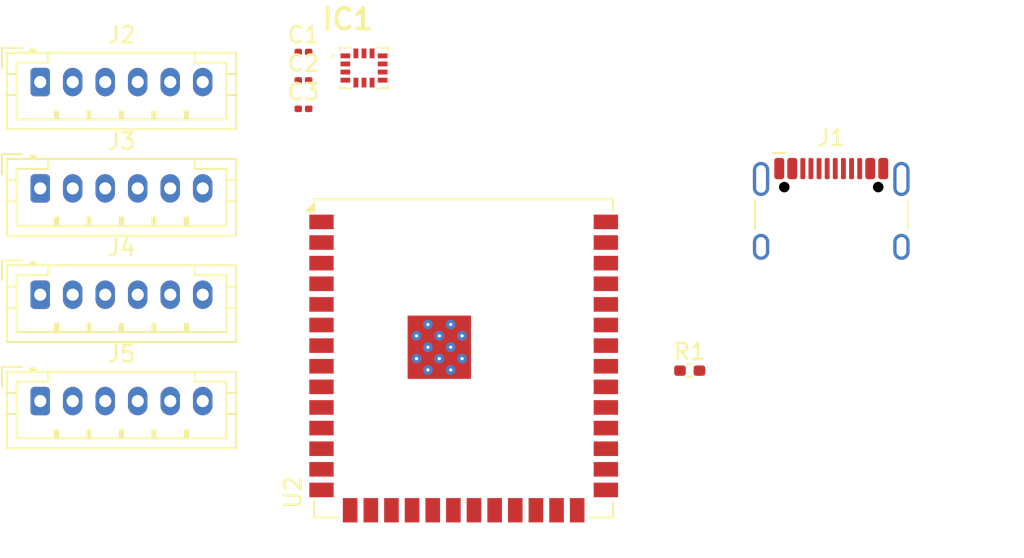
<source format=kicad_pcb>
(kicad_pcb (version 20241229) (generator "pcbnew") (generator_version "9.0")
  (layers (0 "F.Cu" signal) (2 "B.Cu" signal) (13 "F.Paste" user) (15 "B.Paste" user) (5 "F.SilkS" user "F.Silkscreen") (7 "B.SilkS" user "B.Silkscreen") (1 "F.Mask" user) (3 "B.Mask" user) (25 "Edge.Cuts" user))
  (net 0 "")
  (net 1 "+3.3V")
  (net 2 "GND")
  (net 3 "/IMU/AP_AD0")
  (net 5 "/IMU/INT1")
  (net 7 "/IMU/INT2")
  (net 8 "/IMU/SCL")
  (net 10 "/IMU/SDA")
  (net 36 "Net-(J1-VBUS-PadA4)")
  (net 37 "/MCU/USB_D-")
  (net 39 "Net-(J1-SHIELD)")
  (net 40 "/MCU/USB_D+")
  (footprint "Components:ICM42670P" (layer "F.Cu") (at 95.925 71.48496)
    (property "Reference" "IC1" (at -1 -3 0) (layer "F.SilkS") (effects (font (size 1.27 1.27) (thickness 0.254))))
    (property "Value" "ICM-42670-P" (hide yes))
    (fp_line (start -1.9 -0.8) (end -1.9 -0.8) (stroke (width 0.1)) (layer "F.SilkS"))
    (fp_line (start -1.9 -0.7) (end -1.9 -0.7) (stroke (width 0.1)) (layer "F.SilkS"))
    (fp_line (start -1.5 -1.25) (end -0.8 -1.25) (stroke (width 0.1)) (layer "F.SilkS"))
    (fp_line (start -1.5 -1) (end -1.5 -1.25) (stroke (width 0.1)) (layer "F.SilkS"))
    (fp_line (start -1.5 1.1) (end -1.5 1.25) (stroke (width 0.1)) (layer "F.SilkS"))
    (fp_line (start -1.5 1.25) (end -0.8 1.25) (stroke (width 0.1)) (layer "F.SilkS"))
    (fp_line (start 0.8 -1.25) (end 1.5 -1.25) (stroke (width 0.1)) (layer "F.SilkS"))
    (fp_line (start 0.8 1.25) (end 1.5 1.25) (stroke (width 0.1)) (layer "F.SilkS"))
    (fp_line (start 1.5 -1.25) (end 1.5 -1) (stroke (width 0.1)) (layer "F.SilkS"))
    (fp_line (start 1.5 1.25) (end 1.5 1) (stroke (width 0.1)) (layer "F.SilkS"))
    (fp_arc (start -1.9 -0.8) (mid -1.85 -0.75) (end -1.9 -0.7) (stroke (width 0.1)) (layer "F.SilkS"))
    (fp_arc (start -1.9 -0.7) (mid -1.95 -0.75) (end -1.9 -0.8) (stroke (width 0.1)) (layer "F.SilkS"))
    (pad "1" smd rect (at -1.15 -0.75 90) (size 0.3 0.6) (layers "F.Cu" "F.Mask" "F.Paste") (net 3 "/IMU/AP_AD0"))
    (pad "2" smd rect (at -1.15 -0.25 90) (size 0.3 0.6) (layers "F.Cu" "F.Mask" "F.Paste"))
    (pad "3" smd rect (at -1.15 0.25 90) (size 0.3 0.6) (layers "F.Cu" "F.Mask" "F.Paste"))
    (pad "4" smd rect (at -1.15 0.75 90) (size 0.3 0.6) (layers "F.Cu" "F.Mask" "F.Paste") (net 5 "/IMU/INT1"))
    (pad "5" smd rect (at -0.5 0.9) (size 0.3 0.6) (layers "F.Cu" "F.Mask" "F.Paste") (net 1 "+3.3V"))
    (pad "6" smd rect (at 0 0.9) (size 0.3 0.6) (layers "F.Cu" "F.Mask" "F.Paste") (net 2 "GND"))
    (pad "7" smd rect (at 0.5 0.9) (size 0.3 0.6) (layers "F.Cu" "F.Mask" "F.Paste") (net 2 "GND"))
    (pad "8" smd rect (at 1.15 0.75 90) (size 0.3 0.6) (layers "F.Cu" "F.Mask" "F.Paste") (net 1 "+3.3V"))
    (pad "9" smd rect (at 1.15 0.25 90) (size 0.3 0.6) (layers "F.Cu" "F.Mask" "F.Paste") (net 7 "/IMU/INT2"))
    (pad "10" smd rect (at 1.15 -0.25 90) (size 0.3 0.6) (layers "F.Cu" "F.Mask" "F.Paste"))
    (pad "11" smd rect (at 1.15 -0.75 90) (size 0.3 0.6) (layers "F.Cu" "F.Mask" "F.Paste"))
    (pad "12" smd rect (at 0.5 -0.9) (size 0.3 0.6) (layers "F.Cu" "F.Mask" "F.Paste") (net 1 "+3.3V"))
    (pad "13" smd rect (at 0 -0.9) (size 0.3 0.6) (layers "F.Cu" "F.Mask" "F.Paste") (net 8 "/IMU/SCL"))
    (pad "14" smd rect (at -0.5 -0.9) (size 0.3 0.6) (layers "F.Cu" "F.Mask" "F.Paste") (net 10 "/IMU/SDA"))
  )
  (footprint "Capacitor_SMD:C_0201_0603Metric" (layer "F.Cu") (at 92.2 74)
    (property "Reference" "C3" (at 0 -1.05 0) (layer "F.SilkS"))
    (property "Value" "0.1uF")
    (pad "1" smd roundrect (at -0.32 0) (size 0.46 0.4) (layers "F.Cu" "F.Mask") (net 1 "+3.3V"))
    (pad "2" smd roundrect (at 0.32 0) (size 0.46 0.4) (layers "F.Cu" "F.Mask") (net 2 "GND"))
  )
  (footprint "Connector_JST:JST_PH_B6B-PH-K_1x06_P2.00mm_Vertical" (layer "F.Cu") (at 76 78.9)
    (property "Reference" "J3" (at 5 -2.9 0) (layer "F.SilkS"))
    (property "Value" "Conn_01x06_Pin")
    (fp_line (start -2.36 -2.11) (end -2.36 -0.86) (stroke (width 0.12)) (layer "F.SilkS"))
    (fp_line (start -2.06 -1.81) (end -2.06 2.91) (stroke (width 0.12)) (layer "F.SilkS"))
    (fp_line (start -2.06 -0.5) (end -1.45 -0.5) (stroke (width 0.12)) (layer "F.SilkS"))
    (fp_line (start -2.06 0.8) (end -1.45 0.8) (stroke (width 0.12)) (layer "F.SilkS"))
    (fp_line (start -2.06 2.91) (end 12.06 2.91) (stroke (width 0.12)) (layer "F.SilkS"))
    (fp_line (start -1.45 -1.2) (end -1.45 2.3) (stroke (width 0.12)) (layer "F.SilkS"))
    (fp_line (start -1.45 2.3) (end 11.45 2.3) (stroke (width 0.12)) (layer "F.SilkS"))
    (fp_line (start -1.11 -2.11) (end -2.36 -2.11) (stroke (width 0.12)) (layer "F.SilkS"))
    (fp_line (start -0.6 -2.01) (end -0.6 -1.81) (stroke (width 0.12)) (layer "F.SilkS"))
    (fp_line (start -0.3 -2.01) (end -0.6 -2.01) (stroke (width 0.12)) (layer "F.SilkS"))
    (fp_line (start -0.3 -1.91) (end -0.6 -1.91) (stroke (width 0.12)) (layer "F.SilkS"))
    (fp_line (start -0.3 -1.81) (end -0.3 -2.01) (stroke (width 0.12)) (layer "F.SilkS"))
    (fp_line (start 0.5 -1.81) (end 0.5 -1.2) (stroke (width 0.12)) (layer "F.SilkS"))
    (fp_line (start 0.5 -1.2) (end -1.45 -1.2) (stroke (width 0.12)) (layer "F.SilkS"))
    (fp_line (start 0.9 1.8) (end 1.1 1.8) (stroke (width 0.12)) (layer "F.SilkS"))
    (fp_line (start 0.9 2.3) (end 0.9 1.8) (stroke (width 0.12)) (layer "F.SilkS"))
    (fp_line (start 1 2.3) (end 1 1.8) (stroke (width 0.12)) (layer "F.SilkS"))
    (fp_line (start 1.1 1.8) (end 1.1 2.3) (stroke (width 0.12)) (layer "F.SilkS"))
    (fp_line (start 2.9 1.8) (end 3.1 1.8) (stroke (width 0.12)) (layer "F.SilkS"))
    (fp_line (start 2.9 2.3) (end 2.9 1.8) (stroke (width 0.12)) (layer "F.SilkS"))
    (fp_line (start 3 2.3) (end 3 1.8) (stroke (width 0.12)) (layer "F.SilkS"))
    (fp_line (start 3.1 1.8) (end 3.1 2.3) (stroke (width 0.12)) (layer "F.SilkS"))
    (fp_line (start 4.9 1.8) (end 5.1 1.8) (stroke (width 0.12)) (layer "F.SilkS"))
    (fp_line (start 4.9 2.3) (end 4.9 1.8) (stroke (width 0.12)) (layer "F.SilkS"))
    (fp_line (start 5 2.3) (end 5 1.8) (stroke (width 0.12)) (layer "F.SilkS"))
    (fp_line (start 5.1 1.8) (end 5.1 2.3) (stroke (width 0.12)) (layer "F.SilkS"))
    (fp_line (start 6.9 1.8) (end 7.1 1.8) (stroke (width 0.12)) (layer "F.SilkS"))
    (fp_line (start 6.9 2.3) (end 6.9 1.8) (stroke (width 0.12)) (layer "F.SilkS"))
    (fp_line (start 7 2.3) (end 7 1.8) (stroke (width 0.12)) (layer "F.SilkS"))
    (fp_line (start 7.1 1.8) (end 7.1 2.3) (stroke (width 0.12)) (layer "F.SilkS"))
    (fp_line (start 8.9 1.8) (end 9.1 1.8) (stroke (width 0.12)) (layer "F.SilkS"))
    (fp_line (start 8.9 2.3) (end 8.9 1.8) (stroke (width 0.12)) (layer "F.SilkS"))
    (fp_line (start 9 2.3) (end 9 1.8) (stroke (width 0.12)) (layer "F.SilkS"))
    (fp_line (start 9.1 1.8) (end 9.1 2.3) (stroke (width 0.12)) (layer "F.SilkS"))
    (fp_line (start 9.5 -1.2) (end 9.5 -1.81) (stroke (width 0.12)) (layer "F.SilkS"))
    (fp_line (start 11.45 -1.2) (end 9.5 -1.2) (stroke (width 0.12)) (layer "F.SilkS"))
    (fp_line (start 11.45 2.3) (end 11.45 -1.2) (stroke (width 0.12)) (layer "F.SilkS"))
    (fp_line (start 12.06 -1.81) (end -2.06 -1.81) (stroke (width 0.12)) (layer "F.SilkS"))
    (fp_line (start 12.06 -0.5) (end 11.45 -0.5) (stroke (width 0.12)) (layer "F.SilkS"))
    (fp_line (start 12.06 0.8) (end 11.45 0.8) (stroke (width 0.12)) (layer "F.SilkS"))
    (fp_line (start 12.06 2.91) (end 12.06 -1.81) (stroke (width 0.12)) (layer "F.SilkS"))
    (pad "1" thru_hole roundrect (at 0 0) (size 1.2 1.75) (drill 0.75) (layers "*.Cu" "*.Mask") (roundrect_rratio 0.208333))
    (pad "2" thru_hole oval (at 2 0) (size 1.2 1.75) (drill 0.75) (layers "*.Cu" "*.Mask"))
    (pad "3" thru_hole oval (at 4 0) (size 1.2 1.75) (drill 0.75) (layers "*.Cu" "*.Mask"))
    (pad "4" thru_hole oval (at 6 0) (size 1.2 1.75) (drill 0.75) (layers "*.Cu" "*.Mask"))
    (pad "5" thru_hole oval (at 8 0) (size 1.2 1.75) (drill 0.75) (layers "*.Cu" "*.Mask"))
    (pad "6" thru_hole oval (at 10 0) (size 1.2 1.75) (drill 0.75) (layers "*.Cu" "*.Mask"))
  )
  (footprint "Capacitor_SMD:C_0201_0603Metric" (layer "F.Cu") (at 92.2 72.25)
    (property "Reference" "C2" (at 0 -1.05 0) (layer "F.SilkS"))
    (property "Value" "0.1uF")
    (pad "1" smd roundrect (at -0.32 0) (size 0.46 0.4) (layers "F.Cu" "F.Mask") (net 1 "+3.3V"))
    (pad "2" smd roundrect (at 0.32 0) (size 0.46 0.4) (layers "F.Cu" "F.Mask") (net 2 "GND"))
  )
  (footprint "Connector_JST:JST_PH_B6B-PH-K_1x06_P2.00mm_Vertical" (layer "F.Cu") (at 76 72.35)
    (property "Reference" "J2" (at 5 -2.9 0) (layer "F.SilkS"))
    (property "Value" "Conn_01x06_Pin")
    (fp_line (start -2.36 -2.11) (end -2.36 -0.86) (stroke (width 0.12)) (layer "F.SilkS"))
    (fp_line (start -2.06 -1.81) (end -2.06 2.91) (stroke (width 0.12)) (layer "F.SilkS"))
    (fp_line (start -2.06 -0.5) (end -1.45 -0.5) (stroke (width 0.12)) (layer "F.SilkS"))
    (fp_line (start -2.06 0.8) (end -1.45 0.8) (stroke (width 0.12)) (layer "F.SilkS"))
    (fp_line (start -2.06 2.91) (end 12.06 2.91) (stroke (width 0.12)) (layer "F.SilkS"))
    (fp_line (start -1.45 -1.2) (end -1.45 2.3) (stroke (width 0.12)) (layer "F.SilkS"))
    (fp_line (start -1.45 2.3) (end 11.45 2.3) (stroke (width 0.12)) (layer "F.SilkS"))
    (fp_line (start -1.11 -2.11) (end -2.36 -2.11) (stroke (width 0.12)) (layer "F.SilkS"))
    (fp_line (start -0.6 -2.01) (end -0.6 -1.81) (stroke (width 0.12)) (layer "F.SilkS"))
    (fp_line (start -0.3 -2.01) (end -0.6 -2.01) (stroke (width 0.12)) (layer "F.SilkS"))
    (fp_line (start -0.3 -1.91) (end -0.6 -1.91) (stroke (width 0.12)) (layer "F.SilkS"))
    (fp_line (start -0.3 -1.81) (end -0.3 -2.01) (stroke (width 0.12)) (layer "F.SilkS"))
    (fp_line (start 0.5 -1.81) (end 0.5 -1.2) (stroke (width 0.12)) (layer "F.SilkS"))
    (fp_line (start 0.5 -1.2) (end -1.45 -1.2) (stroke (width 0.12)) (layer "F.SilkS"))
    (fp_line (start 0.9 1.8) (end 1.1 1.8) (stroke (width 0.12)) (layer "F.SilkS"))
    (fp_line (start 0.9 2.3) (end 0.9 1.8) (stroke (width 0.12)) (layer "F.SilkS"))
    (fp_line (start 1 2.3) (end 1 1.8) (stroke (width 0.12)) (layer "F.SilkS"))
    (fp_line (start 1.1 1.8) (end 1.1 2.3) (stroke (width 0.12)) (layer "F.SilkS"))
    (fp_line (start 2.9 1.8) (end 3.1 1.8) (stroke (width 0.12)) (layer "F.SilkS"))
    (fp_line (start 2.9 2.3) (end 2.9 1.8) (stroke (width 0.12)) (layer "F.SilkS"))
    (fp_line (start 3 2.3) (end 3 1.8) (stroke (width 0.12)) (layer "F.SilkS"))
    (fp_line (start 3.1 1.8) (end 3.1 2.3) (stroke (width 0.12)) (layer "F.SilkS"))
    (fp_line (start 4.9 1.8) (end 5.1 1.8) (stroke (width 0.12)) (layer "F.SilkS"))
    (fp_line (start 4.9 2.3) (end 4.9 1.8) (stroke (width 0.12)) (layer "F.SilkS"))
    (fp_line (start 5 2.3) (end 5 1.8) (stroke (width 0.12)) (layer "F.SilkS"))
    (fp_line (start 5.1 1.8) (end 5.1 2.3) (stroke (width 0.12)) (layer "F.SilkS"))
    (fp_line (start 6.9 1.8) (end 7.1 1.8) (stroke (width 0.12)) (layer "F.SilkS"))
    (fp_line (start 6.9 2.3) (end 6.9 1.8) (stroke (width 0.12)) (layer "F.SilkS"))
    (fp_line (start 7 2.3) (end 7 1.8) (stroke (width 0.12)) (layer "F.SilkS"))
    (fp_line (start 7.1 1.8) (end 7.1 2.3) (stroke (width 0.12)) (layer "F.SilkS"))
    (fp_line (start 8.9 1.8) (end 9.1 1.8) (stroke (width 0.12)) (layer "F.SilkS"))
    (fp_line (start 8.9 2.3) (end 8.9 1.8) (stroke (width 0.12)) (layer "F.SilkS"))
    (fp_line (start 9 2.3) (end 9 1.8) (stroke (width 0.12)) (layer "F.SilkS"))
    (fp_line (start 9.1 1.8) (end 9.1 2.3) (stroke (width 0.12)) (layer "F.SilkS"))
    (fp_line (start 9.5 -1.2) (end 9.5 -1.81) (stroke (width 0.12)) (layer "F.SilkS"))
    (fp_line (start 11.45 -1.2) (end 9.5 -1.2) (stroke (width 0.12)) (layer "F.SilkS"))
    (fp_line (start 11.45 2.3) (end 11.45 -1.2) (stroke (width 0.12)) (layer "F.SilkS"))
    (fp_line (start 12.06 -1.81) (end -2.06 -1.81) (stroke (width 0.12)) (layer "F.SilkS"))
    (fp_line (start 12.06 -0.5) (end 11.45 -0.5) (stroke (width 0.12)) (layer "F.SilkS"))
    (fp_line (start 12.06 0.8) (end 11.45 0.8) (stroke (width 0.12)) (layer "F.SilkS"))
    (fp_line (start 12.06 2.91) (end 12.06 -1.81) (stroke (width 0.12)) (layer "F.SilkS"))
    (pad "1" thru_hole roundrect (at 0 0) (size 1.2 1.75) (drill 0.75) (layers "*.Cu" "*.Mask") (roundrect_rratio 0.208333))
    (pad "2" thru_hole oval (at 2 0) (size 1.2 1.75) (drill 0.75) (layers "*.Cu" "*.Mask"))
    (pad "3" thru_hole oval (at 4 0) (size 1.2 1.75) (drill 0.75) (layers "*.Cu" "*.Mask"))
    (pad "4" thru_hole oval (at 6 0) (size 1.2 1.75) (drill 0.75) (layers "*.Cu" "*.Mask"))
    (pad "5" thru_hole oval (at 8 0) (size 1.2 1.75) (drill 0.75) (layers "*.Cu" "*.Mask"))
    (pad "6" thru_hole oval (at 10 0) (size 1.2 1.75) (drill 0.75) (layers "*.Cu" "*.Mask"))
  )
  (footprint "RF_Module:ESP32-S3-WROOM-1U" (layer "F.Cu") (at 102.06 89.375)
    (property "Reference" "U2" (at -10.5 8.25 90) (layer "F.SilkS"))
    (property "Value" "ESP32-S3-WROOM-1")
    (fp_line (start -9.2 -9.8) (end 9.2 -9.8) (stroke (width 0.12)) (layer "F.SilkS"))
    (fp_line (start -9.2 8.8) (end -9.2 9.8) (stroke (width 0.12)) (layer "F.SilkS"))
    (fp_line (start -9.2 9.8) (end -7.7 9.8) (stroke (width 0.12)) (layer "F.SilkS"))
    (fp_line (start 9.2 -9.8) (end 9.2 -9.1) (stroke (width 0.12)) (layer "F.SilkS"))
    (fp_line (start 9.2 9.8) (end 7.7 9.8) (stroke (width 0.12)) (layer "F.SilkS"))
    (fp_line (start 9.2 9.8) (end 9.2 8.8) (stroke (width 0.12)) (layer "F.SilkS"))
    (fp_poly (pts (xy -9.2 -9.05) (xy -9.7 -9.05) (xy -9.2 -9.55) (xy -9.2 -9.05)) (stroke (width 0.12)) (fill yes) (layer "F.SilkS"))
    (pad "1" smd rect (at -8.75 -8.41) (size 1.5 0.9) (layers "F.Cu" "F.Mask" "F.Paste") (net 2 "GND"))
    (pad "2" smd rect (at -8.75 -7.14) (size 1.5 0.9) (layers "F.Cu" "F.Mask" "F.Paste") (net 1 "+3.3V"))
    (pad "3" smd rect (at -8.75 -5.87) (size 1.5 0.9) (layers "F.Cu" "F.Mask" "F.Paste") (net 1 "+3.3V"))
    (pad "4" smd rect (at -8.75 -4.6) (size 1.5 0.9) (layers "F.Cu" "F.Mask" "F.Paste"))
    (pad "5" smd rect (at -8.75 -3.33) (size 1.5 0.9) (layers "F.Cu" "F.Mask" "F.Paste"))
    (pad "6" smd rect (at -8.75 -2.06) (size 1.5 0.9) (layers "F.Cu" "F.Mask" "F.Paste"))
    (pad "7" smd rect (at -8.75 -0.79) (size 1.5 0.9) (layers "F.Cu" "F.Mask" "F.Paste"))
    (pad "8" smd rect (at -8.75 0.48) (size 1.5 0.9) (layers "F.Cu" "F.Mask" "F.Paste"))
    (pad "9" smd rect (at -8.75 1.75) (size 1.5 0.9) (layers "F.Cu" "F.Mask" "F.Paste"))
    (pad "10" smd rect (at -8.75 3.02) (size 1.5 0.9) (layers "F.Cu" "F.Mask" "F.Paste"))
    (pad "11" smd rect (at -8.75 4.29) (size 1.5 0.9) (layers "F.Cu" "F.Mask" "F.Paste"))
    (pad "12" smd rect (at -8.75 5.56) (size 1.5 0.9) (layers "F.Cu" "F.Mask" "F.Paste"))
    (pad "13" smd rect (at -8.75 6.83) (size 1.5 0.9) (layers "F.Cu" "F.Mask" "F.Paste") (net 37 "/MCU/USB_D-"))
    (pad "14" smd rect (at -8.75 8.1 180) (size 1.5 0.9) (layers "F.Cu" "F.Mask" "F.Paste") (net 40 "/MCU/USB_D+"))
    (pad "15" smd rect (at -6.985 9.35 270) (size 1.5 0.9) (layers "F.Cu" "F.Mask" "F.Paste"))
    (pad "16" smd rect (at -5.715 9.35 270) (size 1.5 0.9) (layers "F.Cu" "F.Mask" "F.Paste"))
    (pad "17" smd rect (at -4.445 9.35 270) (size 1.5 0.9) (layers "F.Cu" "F.Mask" "F.Paste"))
    (pad "18" smd rect (at -3.175 9.35 270) (size 1.5 0.9) (layers "F.Cu" "F.Mask" "F.Paste"))
    (pad "19" smd rect (at -1.905 9.35 270) (size 1.5 0.9) (layers "F.Cu" "F.Mask" "F.Paste"))
    (pad "20" smd rect (at -0.635 9.35 270) (size 1.5 0.9) (layers "F.Cu" "F.Mask" "F.Paste"))
    (pad "21" smd rect (at 0.635 9.35 270) (size 1.5 0.9) (layers "F.Cu" "F.Mask" "F.Paste"))
    (pad "22" smd rect (at 1.905 9.35 270) (size 1.5 0.9) (layers "F.Cu" "F.Mask" "F.Paste"))
    (pad "23" smd rect (at 3.175 9.35 270) (size 1.5 0.9) (layers "F.Cu" "F.Mask" "F.Paste"))
    (pad "24" smd rect (at 4.445 9.35 270) (size 1.5 0.9) (layers "F.Cu" "F.Mask" "F.Paste"))
    (pad "25" smd rect (at 5.715 9.35 270) (size 1.5 0.9) (layers "F.Cu" "F.Mask" "F.Paste"))
    (pad "26" smd rect (at 6.985 9.35 270) (size 1.5 0.9) (layers "F.Cu" "F.Mask" "F.Paste"))
    (pad "27" smd rect (at 8.75 8.1) (size 1.5 0.9) (layers "F.Cu" "F.Mask" "F.Paste"))
    (pad "28" smd rect (at 8.75 6.83) (size 1.5 0.9) (layers "F.Cu" "F.Mask" "F.Paste"))
    (pad "29" smd rect (at 8.75 5.56) (size 1.5 0.9) (layers "F.Cu" "F.Mask" "F.Paste"))
    (pad "30" smd rect (at 8.75 4.29) (size 1.5 0.9) (layers "F.Cu" "F.Mask" "F.Paste"))
    (pad "31" smd rect (at 8.75 3.02) (size 1.5 0.9) (layers "F.Cu" "F.Mask" "F.Paste"))
    (pad "32" smd rect (at 8.75 1.75) (size 1.5 0.9) (layers "F.Cu" "F.Mask" "F.Paste"))
    (pad "33" smd rect (at 8.75 0.48) (size 1.5 0.9) (layers "F.Cu" "F.Mask" "F.Paste"))
    (pad "34" smd rect (at 8.75 -0.79) (size 1.5 0.9) (layers "F.Cu" "F.Mask" "F.Paste"))
    (pad "35" smd rect (at 8.75 -2.06) (size 1.5 0.9) (layers "F.Cu" "F.Mask" "F.Paste"))
    (pad "36" smd rect (at 8.75 -3.33) (size 1.5 0.9) (layers "F.Cu" "F.Mask" "F.Paste"))
    (pad "37" smd rect (at 8.75 -4.6) (size 1.5 0.9) (layers "F.Cu" "F.Mask" "F.Paste"))
    (pad "38" smd rect (at 8.75 -5.87) (size 1.5 0.9) (layers "F.Cu" "F.Mask" "F.Paste"))
    (pad "39" smd rect (at 8.75 -7.14) (size 1.5 0.9) (layers "F.Cu" "F.Mask" "F.Paste"))
    (pad "40" smd rect (at 8.75 -8.41) (size 1.5 0.9) (layers "F.Cu" "F.Mask" "F.Paste") (net 2 "GND"))
    (pad "41" thru_hole circle (at -2.9 -1.39) (size 0.6 0.6) (drill 0.2) (property pad_prop_heatsink) (layers "*.Cu" "F.Mask") (net 2 "GND"))
    (pad "41" thru_hole circle (at -2.9 0.01) (size 0.6 0.6) (drill 0.2) (property pad_prop_heatsink) (layers "*.Cu" "F.Mask") (net 2 "GND"))
    (pad "41" thru_hole circle (at -2.2 -2.09) (size 0.6 0.6) (drill 0.2) (property pad_prop_heatsink) (layers "*.Cu" "F.Mask") (net 2 "GND"))
    (pad "41" thru_hole circle (at -2.2 -0.69) (size 0.6 0.6) (drill 0.2) (property pad_prop_heatsink) (layers "*.Cu" "F.Mask") (net 2 "GND"))
    (pad "41" thru_hole circle (at -2.2 0.71) (size 0.6 0.6) (drill 0.2) (property pad_prop_heatsink) (layers "*.Cu" "F.Mask") (net 2 "GND"))
    (pad "41" thru_hole circle (at -1.5 -1.39) (size 0.6 0.6) (drill 0.2) (property pad_prop_heatsink) (layers "*.Cu" "F.Mask") (net 2 "GND"))
    (pad "41" smd rect (at -1.5 -0.69) (size 3.9 3.9) (property pad_prop_heatsink) (layers "F.Cu" "F.Mask") (net 2 "GND"))
    (pad "41" thru_hole circle (at -1.5 0.01) (size 0.6 0.6) (drill 0.2) (property pad_prop_heatsink) (layers "*.Cu" "F.Mask") (net 2 "GND"))
    (pad "41" thru_hole circle (at -0.8 -2.09) (size 0.6 0.6) (drill 0.2) (property pad_prop_heatsink) (layers "*.Cu" "F.Mask") (net 2 "GND"))
    (pad "41" thru_hole circle (at -0.8 -0.69) (size 0.6 0.6) (drill 0.2) (property pad_prop_heatsink) (layers "*.Cu" "F.Mask") (net 2 "GND"))
    (pad "41" thru_hole circle (at -0.8 0.71) (size 0.6 0.6) (drill 0.2) (property pad_prop_heatsink) (layers "*.Cu" "F.Mask") (net 2 "GND"))
    (pad "41" thru_hole circle (at -0.1 -1.39) (size 0.6 0.6) (drill 0.2) (property pad_prop_heatsink) (layers "*.Cu" "F.Mask") (net 2 "GND"))
    (pad "41" thru_hole circle (at -0.1 0.01) (size 0.6 0.6) (drill 0.2) (property pad_prop_heatsink) (layers "*.Cu" "F.Mask") (net 2 "GND"))
  )
  (footprint "Capacitor_SMD:C_0201_0603Metric" (layer "F.Cu") (at 92.2 70.5)
    (property "Reference" "C1" (at 0 -1.05 0) (layer "F.SilkS"))
    (property "Value" "10nF")
    (pad "1" smd roundrect (at -0.32 0) (size 0.46 0.4) (layers "F.Cu" "F.Mask") (net 1 "+3.3V"))
    (pad "2" smd roundrect (at 0.32 0) (size 0.46 0.4) (layers "F.Cu" "F.Mask") (net 2 "GND"))
  )
  (footprint "Resistor_SMD:R_0402_1005Metric_Pad0.72x0.64mm_HandSolder" (layer "F.Cu") (at 115.97 90.125)
    (property "Reference" "R1" (at 0 -1.17 0) (layer "F.SilkS"))
    (property "Value" "1M")
    (fp_line (start -0.167621 -0.38) (end 0.167621 -0.38) (stroke (width 0.12)) (layer "F.SilkS"))
    (fp_line (start -0.167621 0.38) (end 0.167621 0.38) (stroke (width 0.12)) (layer "F.SilkS"))
    (pad "1" smd roundrect (at -0.5975 0) (size 0.715 0.64) (layers "F.Cu" "F.Mask" "F.Paste") (net 39 "Net-(J1-SHIELD)"))
    (pad "2" smd roundrect (at 0.5975 0) (size 0.715 0.64) (layers "F.Cu" "F.Mask" "F.Paste") (net 2 "GND"))
  )
  (footprint "Connector_JST:JST_PH_B6B-PH-K_1x06_P2.00mm_Vertical" (layer "F.Cu") (at 76 85.45)
    (property "Reference" "J4" (at 5 -2.9 0) (layer "F.SilkS"))
    (property "Value" "Conn_01x06_Pin")
    (fp_line (start -2.36 -2.11) (end -2.36 -0.86) (stroke (width 0.12)) (layer "F.SilkS"))
    (fp_line (start -2.06 -1.81) (end -2.06 2.91) (stroke (width 0.12)) (layer "F.SilkS"))
    (fp_line (start -2.06 -0.5) (end -1.45 -0.5) (stroke (width 0.12)) (layer "F.SilkS"))
    (fp_line (start -2.06 0.8) (end -1.45 0.8) (stroke (width 0.12)) (layer "F.SilkS"))
    (fp_line (start -2.06 2.91) (end 12.06 2.91) (stroke (width 0.12)) (layer "F.SilkS"))
    (fp_line (start -1.45 -1.2) (end -1.45 2.3) (stroke (width 0.12)) (layer "F.SilkS"))
    (fp_line (start -1.45 2.3) (end 11.45 2.3) (stroke (width 0.12)) (layer "F.SilkS"))
    (fp_line (start -1.11 -2.11) (end -2.36 -2.11) (stroke (width 0.12)) (layer "F.SilkS"))
    (fp_line (start -0.6 -2.01) (end -0.6 -1.81) (stroke (width 0.12)) (layer "F.SilkS"))
    (fp_line (start -0.3 -2.01) (end -0.6 -2.01) (stroke (width 0.12)) (layer "F.SilkS"))
    (fp_line (start -0.3 -1.91) (end -0.6 -1.91) (stroke (width 0.12)) (layer "F.SilkS"))
    (fp_line (start -0.3 -1.81) (end -0.3 -2.01) (stroke (width 0.12)) (layer "F.SilkS"))
    (fp_line (start 0.5 -1.81) (end 0.5 -1.2) (stroke (width 0.12)) (layer "F.SilkS"))
    (fp_line (start 0.5 -1.2) (end -1.45 -1.2) (stroke (width 0.12)) (layer "F.SilkS"))
    (fp_line (start 0.9 1.8) (end 1.1 1.8) (stroke (width 0.12)) (layer "F.SilkS"))
    (fp_line (start 0.9 2.3) (end 0.9 1.8) (stroke (width 0.12)) (layer "F.SilkS"))
    (fp_line (start 1 2.3) (end 1 1.8) (stroke (width 0.12)) (layer "F.SilkS"))
    (fp_line (start 1.1 1.8) (end 1.1 2.3) (stroke (width 0.12)) (layer "F.SilkS"))
    (fp_line (start 2.9 1.8) (end 3.1 1.8) (stroke (width 0.12)) (layer "F.SilkS"))
    (fp_line (start 2.9 2.3) (end 2.9 1.8) (stroke (width 0.12)) (layer "F.SilkS"))
    (fp_line (start 3 2.3) (end 3 1.8) (stroke (width 0.12)) (layer "F.SilkS"))
    (fp_line (start 3.1 1.8) (end 3.1 2.3) (stroke (width 0.12)) (layer "F.SilkS"))
    (fp_line (start 4.9 1.8) (end 5.1 1.8) (stroke (width 0.12)) (layer "F.SilkS"))
    (fp_line (start 4.9 2.3) (end 4.9 1.8) (stroke (width 0.12)) (layer "F.SilkS"))
    (fp_line (start 5 2.3) (end 5 1.8) (stroke (width 0.12)) (layer "F.SilkS"))
    (fp_line (start 5.1 1.8) (end 5.1 2.3) (stroke (width 0.12)) (layer "F.SilkS"))
    (fp_line (start 6.9 1.8) (end 7.1 1.8) (stroke (width 0.12)) (layer "F.SilkS"))
    (fp_line (start 6.9 2.3) (end 6.9 1.8) (stroke (width 0.12)) (layer "F.SilkS"))
    (fp_line (start 7 2.3) (end 7 1.8) (stroke (width 0.12)) (layer "F.SilkS"))
    (fp_line (start 7.1 1.8) (end 7.1 2.3) (stroke (width 0.12)) (layer "F.SilkS"))
    (fp_line (start 8.9 1.8) (end 9.1 1.8) (stroke (width 0.12)) (layer "F.SilkS"))
    (fp_line (start 8.9 2.3) (end 8.9 1.8) (stroke (width 0.12)) (layer "F.SilkS"))
    (fp_line (start 9 2.3) (end 9 1.8) (stroke (width 0.12)) (layer "F.SilkS"))
    (fp_line (start 9.1 1.8) (end 9.1 2.3) (stroke (width 0.12)) (layer "F.SilkS"))
    (fp_line (start 9.5 -1.2) (end 9.5 -1.81) (stroke (width 0.12)) (layer "F.SilkS"))
    (fp_line (start 11.45 -1.2) (end 9.5 -1.2) (stroke (width 0.12)) (layer "F.SilkS"))
    (fp_line (start 11.45 2.3) (end 11.45 -1.2) (stroke (width 0.12)) (layer "F.SilkS"))
    (fp_line (start 12.06 -1.81) (end -2.06 -1.81) (stroke (width 0.12)) (layer "F.SilkS"))
    (fp_line (start 12.06 -0.5) (end 11.45 -0.5) (stroke (width 0.12)) (layer "F.SilkS"))
    (fp_line (start 12.06 0.8) (end 11.45 0.8) (stroke (width 0.12)) (layer "F.SilkS"))
    (fp_line (start 12.06 2.91) (end 12.06 -1.81) (stroke (width 0.12)) (layer "F.SilkS"))
    (pad "1" thru_hole roundrect (at 0 0) (size 1.2 1.75) (drill 0.75) (layers "*.Cu" "*.Mask") (roundrect_rratio 0.208333))
    (pad "2" thru_hole oval (at 2 0) (size 1.2 1.75) (drill 0.75) (layers "*.Cu" "*.Mask"))
    (pad "3" thru_hole oval (at 4 0) (size 1.2 1.75) (drill 0.75) (layers "*.Cu" "*.Mask"))
    (pad "4" thru_hole oval (at 6 0) (size 1.2 1.75) (drill 0.75) (layers "*.Cu" "*.Mask"))
    (pad "5" thru_hole oval (at 8 0) (size 1.2 1.75) (drill 0.75) (layers "*.Cu" "*.Mask"))
    (pad "6" thru_hole oval (at 10 0) (size 1.2 1.75) (drill 0.75) (layers "*.Cu" "*.Mask"))
  )
  (footprint "Connector_USB:USB_C_Receptacle_HCTL_HC-TYPE-C-16P-01A" (layer "F.Cu") (at 124.68 81.425)
    (property "Reference" "J1" (at 0 -5.645 0) (layer "F.SilkS"))
    (property "Value" "USB_C_Receptacle_USB2.0_14P")
    (fp_line (start -4.7 -1.78) (end -4.7 0) (stroke (width 0.12)) (layer "F.SilkS"))
    (fp_line (start -2.8 -4.7) (end -3.6 -4.7) (stroke (width 0.12)) (layer "F.SilkS"))
    (fp_line (start 4.7 -1.78) (end 4.7 0) (stroke (width 0.12)) (layer "F.SilkS"))
    (pad "" np_thru_hole circle (at -2.89 -2.605) (size 0.65 0.65) (drill 0.65) (layers "*.Mask"))
    (pad "" np_thru_hole circle (at 2.89 -2.605) (size 0.65 0.65) (drill 0.65) (layers "*.Mask"))
    (pad "A1" smd roundrect (at -3.2 -3.745) (size 0.6 1.3) (layers "F.Cu" "F.Mask" "F.Paste") (net 2 "GND"))
    (pad "A4" smd roundrect (at -2.4 -3.745) (size 0.6 1.3) (layers "F.Cu" "F.Mask" "F.Paste") (net 36 "Net-(J1-VBUS-PadA4)"))
    (pad "A5" smd roundrect (at -1.25 -3.745) (size 0.3 1.3) (layers "F.Cu" "F.Mask" "F.Paste"))
    (pad "A6" smd roundrect (at -0.25 -3.745) (size 0.3 1.3) (layers "F.Cu" "F.Mask" "F.Paste") (net 40 "/MCU/USB_D+"))
    (pad "A7" smd roundrect (at 0.25 -3.745) (size 0.3 1.3) (layers "F.Cu" "F.Mask" "F.Paste") (net 37 "/MCU/USB_D-"))
    (pad "A8" smd roundrect (at 1.25 -3.745) (size 0.3 1.3) (layers "F.Cu" "F.Mask" "F.Paste"))
    (pad "A9" smd roundrect (at 2.4 -3.745) (size 0.6 1.3) (layers "F.Cu" "F.Mask" "F.Paste") (net 36 "Net-(J1-VBUS-PadA4)"))
    (pad "A12" smd roundrect (at 3.2 -3.745) (size 0.6 1.3) (layers "F.Cu" "F.Mask" "F.Paste") (net 2 "GND"))
    (pad "B1" smd roundrect (at 3.2 -3.745) (size 0.6 1.3) (layers "F.Cu" "F.Mask" "F.Paste") (net 2 "GND"))
    (pad "B4" smd roundrect (at 2.4 -3.745) (size 0.6 1.3) (layers "F.Cu" "F.Mask" "F.Paste") (net 36 "Net-(J1-VBUS-PadA4)"))
    (pad "B5" smd roundrect (at 1.75 -3.745) (size 0.3 1.3) (layers "F.Cu" "F.Mask" "F.Paste"))
    (pad "B6" smd roundrect (at 0.75 -3.745) (size 0.3 1.3) (layers "F.Cu" "F.Mask" "F.Paste") (net 40 "/MCU/USB_D+"))
    (pad "B7" smd roundrect (at -0.75 -3.745) (size 0.3 1.3) (layers "F.Cu" "F.Mask" "F.Paste") (net 37 "/MCU/USB_D-"))
    (pad "B8" smd roundrect (at -1.75 -3.745) (size 0.3 1.3) (layers "F.Cu" "F.Mask" "F.Paste"))
    (pad "B9" smd roundrect (at -2.4 -3.745) (size 0.6 1.3) (layers "F.Cu" "F.Mask" "F.Paste") (net 36 "Net-(J1-VBUS-PadA4)"))
    (pad "B12" smd roundrect (at -3.2 -3.745) (size 0.6 1.3) (layers "F.Cu" "F.Mask" "F.Paste") (net 2 "GND"))
    (pad "S1" thru_hole oval (at -4.32 -3.105) (size 1 2.1) (drill oval 0.6 1.7) (property pad_prop_heatsink) (layers "*.Cu" "*.Mask") (net 39 "Net-(J1-SHIELD)"))
    (pad "S1" thru_hole oval (at -4.32 1.075) (size 1 1.6) (drill oval 0.6 1.2) (property pad_prop_heatsink) (layers "*.Cu" "*.Mask") (net 39 "Net-(J1-SHIELD)"))
    (pad "S1" thru_hole oval (at 4.32 -3.105) (size 1 2.1) (drill oval 0.6 1.7) (property pad_prop_heatsink) (layers "*.Cu" "*.Mask") (net 39 "Net-(J1-SHIELD)"))
    (pad "S1" thru_hole oval (at 4.32 1.075) (size 1 1.6) (drill oval 0.6 1.2) (property pad_prop_heatsink) (layers "*.Cu" "*.Mask") (net 39 "Net-(J1-SHIELD)"))
  )
  (footprint "Connector_JST:JST_PH_B6B-PH-K_1x06_P2.00mm_Vertical" (layer "F.Cu") (at 76 92)
    (property "Reference" "J5" (at 5 -2.9 0) (layer "F.SilkS"))
    (property "Value" "Conn_01x06_Pin")
    (fp_line (start -2.36 -2.11) (end -2.36 -0.86) (stroke (width 0.12)) (layer "F.SilkS"))
    (fp_line (start -2.06 -1.81) (end -2.06 2.91) (stroke (width 0.12)) (layer "F.SilkS"))
    (fp_line (start -2.06 -0.5) (end -1.45 -0.5) (stroke (width 0.12)) (layer "F.SilkS"))
    (fp_line (start -2.06 0.8) (end -1.45 0.8) (stroke (width 0.12)) (layer "F.SilkS"))
    (fp_line (start -2.06 2.91) (end 12.06 2.91) (stroke (width 0.12)) (layer "F.SilkS"))
    (fp_line (start -1.45 -1.2) (end -1.45 2.3) (stroke (width 0.12)) (layer "F.SilkS"))
    (fp_line (start -1.45 2.3) (end 11.45 2.3) (stroke (width 0.12)) (layer "F.SilkS"))
    (fp_line (start -1.11 -2.11) (end -2.36 -2.11) (stroke (width 0.12)) (layer "F.SilkS"))
    (fp_line (start -0.6 -2.01) (end -0.6 -1.81) (stroke (width 0.12)) (layer "F.SilkS"))
    (fp_line (start -0.3 -2.01) (end -0.6 -2.01) (stroke (width 0.12)) (layer "F.SilkS"))
    (fp_line (start -0.3 -1.91) (end -0.6 -1.91) (stroke (width 0.12)) (layer "F.SilkS"))
    (fp_line (start -0.3 -1.81) (end -0.3 -2.01) (stroke (width 0.12)) (layer "F.SilkS"))
    (fp_line (start 0.5 -1.81) (end 0.5 -1.2) (stroke (width 0.12)) (layer "F.SilkS"))
    (fp_line (start 0.5 -1.2) (end -1.45 -1.2) (stroke (width 0.12)) (layer "F.SilkS"))
    (fp_line (start 0.9 1.8) (end 1.1 1.8) (stroke (width 0.12)) (layer "F.SilkS"))
    (fp_line (start 0.9 2.3) (end 0.9 1.8) (stroke (width 0.12)) (layer "F.SilkS"))
    (fp_line (start 1 2.3) (end 1 1.8) (stroke (width 0.12)) (layer "F.SilkS"))
    (fp_line (start 1.1 1.8) (end 1.1 2.3) (stroke (width 0.12)) (layer "F.SilkS"))
    (fp_line (start 2.9 1.8) (end 3.1 1.8) (stroke (width 0.12)) (layer "F.SilkS"))
    (fp_line (start 2.9 2.3) (end 2.9 1.8) (stroke (width 0.12)) (layer "F.SilkS"))
    (fp_line (start 3 2.3) (end 3 1.8) (stroke (width 0.12)) (layer "F.SilkS"))
    (fp_line (start 3.1 1.8) (end 3.1 2.3) (stroke (width 0.12)) (layer "F.SilkS"))
    (fp_line (start 4.9 1.8) (end 5.1 1.8) (stroke (width 0.12)) (layer "F.SilkS"))
    (fp_line (start 4.9 2.3) (end 4.9 1.8) (stroke (width 0.12)) (layer "F.SilkS"))
    (fp_line (start 5 2.3) (end 5 1.8) (stroke (width 0.12)) (layer "F.SilkS"))
    (fp_line (start 5.1 1.8) (end 5.1 2.3) (stroke (width 0.12)) (layer "F.SilkS"))
    (fp_line (start 6.9 1.8) (end 7.1 1.8) (stroke (width 0.12)) (layer "F.SilkS"))
    (fp_line (start 6.9 2.3) (end 6.9 1.8) (stroke (width 0.12)) (layer "F.SilkS"))
    (fp_line (start 7 2.3) (end 7 1.8) (stroke (width 0.12)) (layer "F.SilkS"))
    (fp_line (start 7.1 1.8) (end 7.1 2.3) (stroke (width 0.12)) (layer "F.SilkS"))
    (fp_line (start 8.9 1.8) (end 9.1 1.8) (stroke (width 0.12)) (layer "F.SilkS"))
    (fp_line (start 8.9 2.3) (end 8.9 1.8) (stroke (width 0.12)) (layer "F.SilkS"))
    (fp_line (start 9 2.3) (end 9 1.8) (stroke (width 0.12)) (layer "F.SilkS"))
    (fp_line (start 9.1 1.8) (end 9.1 2.3) (stroke (width 0.12)) (layer "F.SilkS"))
    (fp_line (start 9.5 -1.2) (end 9.5 -1.81) (stroke (width 0.12)) (layer "F.SilkS"))
    (fp_line (start 11.45 -1.2) (end 9.5 -1.2) (stroke (width 0.12)) (layer "F.SilkS"))
    (fp_line (start 11.45 2.3) (end 11.45 -1.2) (stroke (width 0.12)) (layer "F.SilkS"))
    (fp_line (start 12.06 -1.81) (end -2.06 -1.81) (stroke (width 0.12)) (layer "F.SilkS"))
    (fp_line (start 12.06 -0.5) (end 11.45 -0.5) (stroke (width 0.12)) (layer "F.SilkS"))
    (fp_line (start 12.06 0.8) (end 11.45 0.8) (stroke (width 0.12)) (layer "F.SilkS"))
    (fp_line (start 12.06 2.91) (end 12.06 -1.81) (stroke (width 0.12)) (layer "F.SilkS"))
    (pad "1" thru_hole roundrect (at 0 0) (size 1.2 1.75) (drill 0.75) (layers "*.Cu" "*.Mask") (roundrect_rratio 0.208333))
    (pad "2" thru_hole oval (at 2 0) (size 1.2 1.75) (drill 0.75) (layers "*.Cu" "*.Mask"))
    (pad "3" thru_hole oval (at 4 0) (size 1.2 1.75) (drill 0.75) (layers "*.Cu" "*.Mask"))
    (pad "4" thru_hole oval (at 6 0) (size 1.2 1.75) (drill 0.75) (layers "*.Cu" "*.Mask"))
    (pad "5" thru_hole oval (at 8 0) (size 1.2 1.75) (drill 0.75) (layers "*.Cu" "*.Mask"))
    (pad "6" thru_hole oval (at 10 0) (size 1.2 1.75) (drill 0.75) (layers "*.Cu" "*.Mask"))
  )
)
</source>
